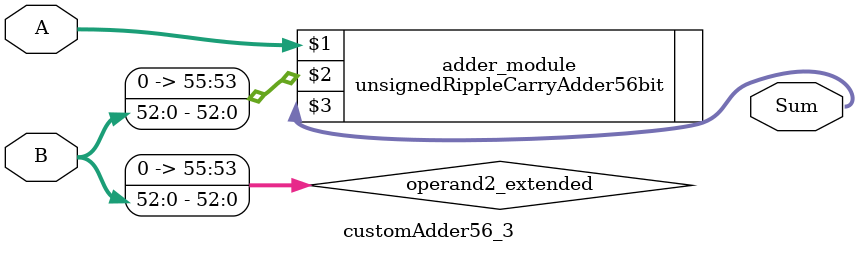
<source format=v>
module customAdder56_3(
                        input [55 : 0] A,
                        input [52 : 0] B,
                        
                        output [56 : 0] Sum
                );

        wire [55 : 0] operand2_extended;
        
        assign operand2_extended =  {3'b0, B};
        
        unsignedRippleCarryAdder56bit adder_module(
            A,
            operand2_extended,
            Sum
        );
        
        endmodule
        
</source>
